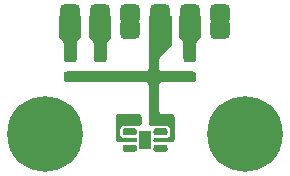
<source format=gbr>
%TF.GenerationSoftware,KiCad,Pcbnew,(7.0.0)*%
%TF.CreationDate,2023-06-10T23:31:31+02:00*%
%TF.ProjectId,TMP117 Breakout,544d5031-3137-4204-9272-65616b6f7574,rev?*%
%TF.SameCoordinates,Original*%
%TF.FileFunction,Copper,L1,Top*%
%TF.FilePolarity,Positive*%
%FSLAX46Y46*%
G04 Gerber Fmt 4.6, Leading zero omitted, Abs format (unit mm)*
G04 Created by KiCad (PCBNEW (7.0.0)) date 2023-06-10 23:31:31*
%MOMM*%
%LPD*%
G01*
G04 APERTURE LIST*
G04 Aperture macros list*
%AMRoundRect*
0 Rectangle with rounded corners*
0 $1 Rounding radius*
0 $2 $3 $4 $5 $6 $7 $8 $9 X,Y pos of 4 corners*
0 Add a 4 corners polygon primitive as box body*
4,1,4,$2,$3,$4,$5,$6,$7,$8,$9,$2,$3,0*
0 Add four circle primitives for the rounded corners*
1,1,$1+$1,$2,$3*
1,1,$1+$1,$4,$5*
1,1,$1+$1,$6,$7*
1,1,$1+$1,$8,$9*
0 Add four rect primitives between the rounded corners*
20,1,$1+$1,$2,$3,$4,$5,0*
20,1,$1+$1,$4,$5,$6,$7,0*
20,1,$1+$1,$6,$7,$8,$9,0*
20,1,$1+$1,$8,$9,$2,$3,0*%
G04 Aperture macros list end*
%TA.AperFunction,SMDPad,CuDef*%
%ADD10RoundRect,0.200000X0.275000X-0.200000X0.275000X0.200000X-0.275000X0.200000X-0.275000X-0.200000X0*%
%TD*%
%TA.AperFunction,ComponentPad*%
%ADD11C,0.800000*%
%TD*%
%TA.AperFunction,ComponentPad*%
%ADD12C,6.400000*%
%TD*%
%TA.AperFunction,SMDPad,CuDef*%
%ADD13RoundRect,0.225000X0.225000X0.250000X-0.225000X0.250000X-0.225000X-0.250000X0.225000X-0.250000X0*%
%TD*%
%TA.AperFunction,ComponentPad*%
%ADD14RoundRect,0.425000X0.425000X-0.425000X0.425000X0.425000X-0.425000X0.425000X-0.425000X-0.425000X0*%
%TD*%
%TA.AperFunction,SMDPad,CuDef*%
%ADD15RoundRect,0.093750X-0.093750X-0.106250X0.093750X-0.106250X0.093750X0.106250X-0.093750X0.106250X0*%
%TD*%
%TA.AperFunction,SMDPad,CuDef*%
%ADD16R,1.000000X1.600000*%
%TD*%
%TA.AperFunction,ViaPad*%
%ADD17C,0.609600*%
%TD*%
%TA.AperFunction,Conductor*%
%ADD18C,0.381000*%
%TD*%
G04 APERTURE END LIST*
D10*
%TO.P,R3,1*%
%TO.N,VCC*%
X133650000Y-94635000D03*
%TO.P,R3,2*%
%TO.N,/ALERT*%
X133650000Y-92985000D03*
%TD*%
D11*
%TO.P,H1,1*%
%TO.N,N/C*%
X146100000Y-99500000D03*
X146802944Y-97802944D03*
X146802944Y-101197056D03*
X148500000Y-97100000D03*
D12*
X148500000Y-99500000D03*
D11*
X148500000Y-101900000D03*
X150197056Y-97802944D03*
X150197056Y-101197056D03*
X150900000Y-99500000D03*
%TD*%
D13*
%TO.P,C1,1*%
%TO.N,VCC*%
X140775000Y-98300000D03*
%TO.P,C1,2*%
%TO.N,GND*%
X139225000Y-98300000D03*
%TD*%
D10*
%TO.P,R2,1*%
%TO.N,VCC*%
X136200000Y-94635000D03*
%TO.P,R2,2*%
%TO.N,/SCL*%
X136200000Y-92985000D03*
%TD*%
%TO.P,R1,1*%
%TO.N,VCC*%
X143810000Y-94635000D03*
%TO.P,R1,2*%
%TO.N,/SDA*%
X143810000Y-92985000D03*
%TD*%
D11*
%TO.P,H2,1*%
%TO.N,N/C*%
X129100000Y-99500000D03*
X129802944Y-97802944D03*
X129802944Y-101197056D03*
X131500000Y-97100000D03*
D12*
X131500000Y-99500000D03*
D11*
X131500000Y-101900000D03*
X133197056Y-97802944D03*
X133197056Y-101197056D03*
X133900000Y-99500000D03*
%TD*%
D14*
%TO.P,J1,1,Pin_1*%
%TO.N,/ALERT*%
X133650000Y-90635000D03*
X133650000Y-89365000D03*
%TO.P,J1,2,Pin_2*%
%TO.N,/SCL*%
X136190000Y-90635000D03*
X136190000Y-89365000D03*
%TO.P,J1,3,Pin_3*%
%TO.N,GND*%
X138730000Y-90635000D03*
X138730000Y-89365000D03*
%TO.P,J1,4,Pin_4*%
%TO.N,VCC*%
X141270000Y-90635000D03*
X141270000Y-89365000D03*
%TO.P,J1,5,Pin_5*%
%TO.N,/SDA*%
X143810000Y-90635000D03*
X143810000Y-89365000D03*
%TO.P,J1,6,Pin_6*%
%TO.N,/ADD0*%
X146350000Y-90635000D03*
X146350000Y-89365000D03*
%TD*%
D15*
%TO.P,U1,1,SCL*%
%TO.N,/SCL*%
X139112500Y-99350000D03*
%TO.P,U1,2,GND*%
%TO.N,GND*%
X139112500Y-100000000D03*
%TO.P,U1,3,ALERT*%
%TO.N,/ALERT*%
X139112500Y-100650000D03*
%TO.P,U1,4,ADD0*%
%TO.N,/ADD0*%
X140887500Y-100650000D03*
%TO.P,U1,5,V+*%
%TO.N,VCC*%
X140887500Y-100000000D03*
%TO.P,U1,6,SDA*%
%TO.N,/SDA*%
X140887500Y-99350000D03*
D16*
%TO.P,U1,7,EP*%
%TO.N,/EP*%
X139999999Y-99999999D03*
%TD*%
D17*
%TO.N,GND*%
X138400000Y-98300000D03*
%TO.N,/SCL*%
X138400000Y-99300000D03*
%TO.N,/ALERT*%
X138400000Y-100700000D03*
%TO.N,/ADD0*%
X141600000Y-100700000D03*
%TO.N,/SDA*%
X141600000Y-99300000D03*
%TO.N,VCC*%
X141600000Y-98300000D03*
%TO.N,/EP*%
X140000000Y-99600000D03*
X140000000Y-100400000D03*
%TD*%
D18*
%TO.N,/SCL*%
X136200000Y-90645000D02*
X136190000Y-90635000D01*
%TD*%
%TA.AperFunction,Conductor*%
%TO.N,GND*%
G36*
X139452037Y-97801200D02*
G01*
X139531009Y-97816909D01*
X139553539Y-97826242D01*
X139615268Y-97867489D01*
X139632510Y-97884731D01*
X139673757Y-97946460D01*
X139683090Y-97968990D01*
X139698799Y-98047961D01*
X139700000Y-98060155D01*
X139700000Y-98539845D01*
X139698799Y-98552039D01*
X139683090Y-98631009D01*
X139673757Y-98653539D01*
X139632510Y-98715268D01*
X139615268Y-98732510D01*
X139553539Y-98773757D01*
X139531009Y-98783090D01*
X139483570Y-98792526D01*
X139452036Y-98798799D01*
X139439845Y-98800000D01*
X139099108Y-98800000D01*
X139089938Y-98799324D01*
X139072908Y-98796798D01*
X139072905Y-98796797D01*
X139072166Y-98796688D01*
X139071434Y-98796615D01*
X139071402Y-98796612D01*
X139060747Y-98795564D01*
X139060743Y-98795563D01*
X139059974Y-98795488D01*
X139059229Y-98795451D01*
X139059210Y-98795450D01*
X139040593Y-98794536D01*
X139040564Y-98794535D01*
X139039845Y-98794500D01*
X138360155Y-98794500D01*
X138359435Y-98794535D01*
X138359407Y-98794536D01*
X138357609Y-98794625D01*
X138354544Y-98794700D01*
X138327349Y-98794700D01*
X138323060Y-98795959D01*
X138323055Y-98795960D01*
X138317922Y-98797468D01*
X138300314Y-98800000D01*
X138154000Y-98800000D01*
X138150990Y-98800598D01*
X138150987Y-98800599D01*
X138062836Y-98818133D01*
X138062831Y-98818134D01*
X138056798Y-98819335D01*
X138051682Y-98822753D01*
X138051678Y-98822755D01*
X137979512Y-98870975D01*
X137979509Y-98870977D01*
X137974395Y-98874395D01*
X137970977Y-98879509D01*
X137970975Y-98879512D01*
X137922755Y-98951678D01*
X137922753Y-98951682D01*
X137919335Y-98956798D01*
X137918134Y-98962831D01*
X137918133Y-98962836D01*
X137900599Y-99050987D01*
X137900000Y-99054000D01*
X137900000Y-99057071D01*
X137900000Y-99200897D01*
X137899324Y-99210067D01*
X137896801Y-99227072D01*
X137896797Y-99227103D01*
X137896691Y-99227819D01*
X137896617Y-99228567D01*
X137896616Y-99228578D01*
X137895564Y-99239253D01*
X137895561Y-99239287D01*
X137895490Y-99240013D01*
X137895454Y-99240729D01*
X137895452Y-99240767D01*
X137894536Y-99259413D01*
X137894500Y-99260155D01*
X137894500Y-99260898D01*
X137894481Y-99261682D01*
X137894435Y-99261680D01*
X137893863Y-99269676D01*
X137889504Y-99300000D01*
X137890140Y-99304423D01*
X137893864Y-99330324D01*
X137894435Y-99338317D01*
X137894481Y-99338316D01*
X137894500Y-99339103D01*
X137894500Y-99339845D01*
X137894535Y-99340564D01*
X137894536Y-99340593D01*
X137895450Y-99359210D01*
X137895451Y-99359229D01*
X137895488Y-99359974D01*
X137895563Y-99360743D01*
X137895564Y-99360747D01*
X137896612Y-99371402D01*
X137896615Y-99371434D01*
X137896688Y-99372166D01*
X137896797Y-99372905D01*
X137896798Y-99372908D01*
X137899324Y-99389938D01*
X137900000Y-99399108D01*
X137900000Y-99546000D01*
X137900598Y-99549010D01*
X137900599Y-99549012D01*
X137918133Y-99637163D01*
X137918134Y-99637166D01*
X137919335Y-99643202D01*
X137974395Y-99725605D01*
X138056798Y-99780665D01*
X138154000Y-99800000D01*
X138300313Y-99800000D01*
X138317923Y-99802532D01*
X138327349Y-99805300D01*
X138354543Y-99805300D01*
X138357610Y-99805375D01*
X138357854Y-99805386D01*
X138360155Y-99805500D01*
X139039094Y-99805500D01*
X139039845Y-99805500D01*
X139059992Y-99804510D01*
X139072183Y-99803309D01*
X139086917Y-99801123D01*
X139108279Y-99801646D01*
X139127465Y-99805463D01*
X139164341Y-99812798D01*
X139186872Y-99822130D01*
X139231084Y-99851672D01*
X139248327Y-99868915D01*
X139277869Y-99913127D01*
X139287201Y-99935658D01*
X139297574Y-99987806D01*
X139297574Y-100012192D01*
X139287201Y-100064341D01*
X139277869Y-100086872D01*
X139248327Y-100131084D01*
X139231084Y-100148327D01*
X139186872Y-100177869D01*
X139164341Y-100187201D01*
X139108286Y-100198351D01*
X139086926Y-100198876D01*
X139072927Y-100196800D01*
X139072892Y-100196795D01*
X139072166Y-100196688D01*
X139071434Y-100196615D01*
X139071402Y-100196612D01*
X139060747Y-100195564D01*
X139060743Y-100195563D01*
X139059974Y-100195488D01*
X139059229Y-100195451D01*
X139059210Y-100195450D01*
X139040593Y-100194536D01*
X139040564Y-100194535D01*
X139039845Y-100194500D01*
X138360155Y-100194500D01*
X138359435Y-100194535D01*
X138359407Y-100194536D01*
X138357609Y-100194625D01*
X138354544Y-100194700D01*
X138327349Y-100194700D01*
X138323060Y-100195959D01*
X138323055Y-100195960D01*
X138317922Y-100197468D01*
X138300314Y-100200000D01*
X137760155Y-100200000D01*
X137747963Y-100198799D01*
X137689656Y-100187201D01*
X137668990Y-100183090D01*
X137646460Y-100173757D01*
X137584731Y-100132510D01*
X137567489Y-100115268D01*
X137526242Y-100053539D01*
X137516909Y-100031008D01*
X137513166Y-100012192D01*
X137501200Y-99952037D01*
X137500000Y-99939845D01*
X137500000Y-98060155D01*
X137501201Y-98047962D01*
X137501201Y-98047961D01*
X137516910Y-97968988D01*
X137526240Y-97946462D01*
X137567488Y-97884731D01*
X137584731Y-97867489D01*
X137604599Y-97854212D01*
X137646462Y-97826240D01*
X137668988Y-97816910D01*
X137747962Y-97801200D01*
X137760155Y-97800000D01*
X139439845Y-97800000D01*
X139452037Y-97801200D01*
G37*
%TD.AperFunction*%
%TD*%
%TA.AperFunction,Conductor*%
%TO.N,VCC*%
G36*
X142239103Y-89507880D02*
G01*
X142261608Y-89528277D01*
X142273758Y-89546461D01*
X142283090Y-89568990D01*
X142298799Y-89647961D01*
X142300000Y-89660155D01*
X142300000Y-91888635D01*
X142298799Y-91900829D01*
X142283090Y-91979798D01*
X142273758Y-92002327D01*
X142229024Y-92069277D01*
X142221251Y-92078748D01*
X141276567Y-93023432D01*
X141276562Y-93023437D01*
X141274395Y-93025605D01*
X141272694Y-93028150D01*
X141272688Y-93028158D01*
X141222755Y-93102889D01*
X141222753Y-93102893D01*
X141219335Y-93108009D01*
X141218134Y-93114044D01*
X141218133Y-93114048D01*
X141200599Y-93202197D01*
X141200000Y-93205210D01*
X141200000Y-93946000D01*
X141200598Y-93949010D01*
X141200599Y-93949012D01*
X141218133Y-94037163D01*
X141218134Y-94037166D01*
X141219335Y-94043202D01*
X141274395Y-94125605D01*
X141356798Y-94180665D01*
X141454000Y-94200000D01*
X144039845Y-94200000D01*
X144052037Y-94201200D01*
X144131009Y-94216909D01*
X144153539Y-94226242D01*
X144215268Y-94267489D01*
X144232510Y-94284731D01*
X144273757Y-94346460D01*
X144283090Y-94368990D01*
X144298799Y-94447961D01*
X144300000Y-94460155D01*
X144300000Y-94839845D01*
X144298799Y-94852039D01*
X144283090Y-94931009D01*
X144273757Y-94953539D01*
X144232510Y-95015268D01*
X144215268Y-95032510D01*
X144153539Y-95073757D01*
X144131009Y-95083090D01*
X144083570Y-95092526D01*
X144052036Y-95098799D01*
X144039845Y-95100000D01*
X141454000Y-95100000D01*
X141450990Y-95100598D01*
X141450987Y-95100599D01*
X141362836Y-95118133D01*
X141362831Y-95118134D01*
X141356798Y-95119335D01*
X141351682Y-95122753D01*
X141351678Y-95122755D01*
X141279512Y-95170975D01*
X141279509Y-95170977D01*
X141274395Y-95174395D01*
X141270977Y-95179509D01*
X141270975Y-95179512D01*
X141222755Y-95251678D01*
X141222753Y-95251682D01*
X141219335Y-95256798D01*
X141218134Y-95262831D01*
X141218133Y-95262836D01*
X141200599Y-95350987D01*
X141200000Y-95354000D01*
X141200000Y-97546000D01*
X141200598Y-97549010D01*
X141200599Y-97549012D01*
X141218133Y-97637163D01*
X141218134Y-97637166D01*
X141219335Y-97643202D01*
X141274395Y-97725605D01*
X141356798Y-97780665D01*
X141454000Y-97800000D01*
X142239845Y-97800000D01*
X142252037Y-97801200D01*
X142331009Y-97816909D01*
X142353539Y-97826242D01*
X142415268Y-97867489D01*
X142432510Y-97884731D01*
X142473757Y-97946460D01*
X142483090Y-97968990D01*
X142498799Y-98047961D01*
X142500000Y-98060155D01*
X142500000Y-99939845D01*
X142498799Y-99952039D01*
X142483090Y-100031009D01*
X142473757Y-100053539D01*
X142432510Y-100115268D01*
X142415268Y-100132510D01*
X142353539Y-100173757D01*
X142331009Y-100183090D01*
X142283570Y-100192526D01*
X142252036Y-100198799D01*
X142239845Y-100200000D01*
X141699689Y-100200000D01*
X141682082Y-100197469D01*
X141676937Y-100195958D01*
X141676934Y-100195957D01*
X141672651Y-100194700D01*
X141668182Y-100194700D01*
X141645456Y-100194700D01*
X141642392Y-100194625D01*
X141640594Y-100194536D01*
X141640563Y-100194535D01*
X141639845Y-100194500D01*
X140960155Y-100194500D01*
X140959436Y-100194535D01*
X140959406Y-100194536D01*
X140940798Y-100195450D01*
X140940789Y-100195450D01*
X140940028Y-100195488D01*
X140939284Y-100195561D01*
X140939246Y-100195564D01*
X140928614Y-100196611D01*
X140928600Y-100196612D01*
X140927835Y-100196688D01*
X140927086Y-100196799D01*
X140927054Y-100196803D01*
X140913072Y-100198876D01*
X140891714Y-100198351D01*
X140835658Y-100187201D01*
X140813127Y-100177869D01*
X140768915Y-100148327D01*
X140751672Y-100131084D01*
X140722130Y-100086872D01*
X140712798Y-100064341D01*
X140702425Y-100012192D01*
X140702425Y-99987809D01*
X140712798Y-99935656D01*
X140722130Y-99913127D01*
X140751673Y-99868913D01*
X140768913Y-99851673D01*
X140813128Y-99822129D01*
X140835656Y-99812798D01*
X140891720Y-99801646D01*
X140913081Y-99801123D01*
X140927817Y-99803309D01*
X140940009Y-99804510D01*
X140960155Y-99805500D01*
X141639095Y-99805500D01*
X141639845Y-99805500D01*
X141642169Y-99805385D01*
X141642390Y-99805375D01*
X141645457Y-99805300D01*
X141668179Y-99805300D01*
X141672651Y-99805300D01*
X141682076Y-99802532D01*
X141699687Y-99800000D01*
X141842929Y-99800000D01*
X141846000Y-99800000D01*
X141943202Y-99780665D01*
X142025605Y-99725605D01*
X142080665Y-99643202D01*
X142100000Y-99546000D01*
X142100000Y-99399103D01*
X142100676Y-99389934D01*
X142103196Y-99372941D01*
X142103309Y-99372181D01*
X142104510Y-99359987D01*
X142105500Y-99339845D01*
X142105500Y-99339088D01*
X142105519Y-99338318D01*
X142105564Y-99338319D01*
X142106136Y-99330324D01*
X142109860Y-99304423D01*
X142110496Y-99300000D01*
X142106136Y-99269676D01*
X142105564Y-99261680D01*
X142105519Y-99261682D01*
X142105500Y-99260912D01*
X142105500Y-99260155D01*
X142104510Y-99240013D01*
X142103309Y-99227819D01*
X142100676Y-99210066D01*
X142100000Y-99200897D01*
X142100000Y-99057071D01*
X142100000Y-99054000D01*
X142080665Y-98956798D01*
X142025605Y-98874395D01*
X142020487Y-98870975D01*
X141948321Y-98822755D01*
X141948319Y-98822754D01*
X141943202Y-98819335D01*
X141937166Y-98818134D01*
X141937163Y-98818133D01*
X141849012Y-98800599D01*
X141849010Y-98800598D01*
X141846000Y-98800000D01*
X141842929Y-98800000D01*
X141699689Y-98800000D01*
X141682082Y-98797469D01*
X141676937Y-98795958D01*
X141676934Y-98795957D01*
X141672651Y-98794700D01*
X141668182Y-98794700D01*
X141645456Y-98794700D01*
X141642392Y-98794625D01*
X141640594Y-98794536D01*
X141640563Y-98794535D01*
X141639845Y-98794500D01*
X140960155Y-98794500D01*
X140959436Y-98794535D01*
X140959406Y-98794536D01*
X140940798Y-98795450D01*
X140940789Y-98795450D01*
X140940028Y-98795488D01*
X140939284Y-98795561D01*
X140939246Y-98795564D01*
X140928614Y-98796611D01*
X140928600Y-98796612D01*
X140927835Y-98796688D01*
X140927112Y-98796795D01*
X140927073Y-98796800D01*
X140910060Y-98799324D01*
X140900892Y-98800000D01*
X140560155Y-98800000D01*
X140547963Y-98798799D01*
X140501890Y-98789634D01*
X140468990Y-98783090D01*
X140446460Y-98773757D01*
X140384731Y-98732510D01*
X140367489Y-98715268D01*
X140326242Y-98653539D01*
X140316909Y-98631008D01*
X140301201Y-98552038D01*
X140300000Y-98539845D01*
X140300000Y-95357071D01*
X140300000Y-95354000D01*
X140280665Y-95256798D01*
X140225605Y-95174395D01*
X140220487Y-95170975D01*
X140148321Y-95122755D01*
X140148319Y-95122754D01*
X140143202Y-95119335D01*
X140137166Y-95118134D01*
X140137163Y-95118133D01*
X140049012Y-95100599D01*
X140049010Y-95100598D01*
X140046000Y-95100000D01*
X140042929Y-95100000D01*
X133360155Y-95100000D01*
X133347963Y-95098799D01*
X133301890Y-95089634D01*
X133268990Y-95083090D01*
X133246460Y-95073757D01*
X133184731Y-95032510D01*
X133167489Y-95015268D01*
X133126242Y-94953539D01*
X133116909Y-94931009D01*
X133101200Y-94852037D01*
X133100000Y-94839845D01*
X133100000Y-94460155D01*
X133101201Y-94447962D01*
X133101201Y-94447961D01*
X133116910Y-94368988D01*
X133126240Y-94346462D01*
X133167488Y-94284731D01*
X133184731Y-94267489D01*
X133204599Y-94254212D01*
X133246462Y-94226240D01*
X133268988Y-94216910D01*
X133347962Y-94201200D01*
X133360155Y-94200000D01*
X140042929Y-94200000D01*
X140046000Y-94200000D01*
X140143202Y-94180665D01*
X140225605Y-94125605D01*
X140280665Y-94043202D01*
X140300000Y-93946000D01*
X140300000Y-89660155D01*
X140301201Y-89647962D01*
X140301201Y-89647961D01*
X140316910Y-89568988D01*
X140326239Y-89546464D01*
X140338394Y-89528273D01*
X140360898Y-89507879D01*
X140390359Y-89500500D01*
X142209641Y-89500500D01*
X142239103Y-89507880D01*
G37*
%TD.AperFunction*%
%TD*%
%TA.AperFunction,Conductor*%
%TO.N,/SDA*%
G36*
X141652037Y-99001200D02*
G01*
X141731009Y-99016909D01*
X141753539Y-99026242D01*
X141815268Y-99067489D01*
X141832510Y-99084731D01*
X141873757Y-99146460D01*
X141883090Y-99168990D01*
X141898799Y-99247961D01*
X141900000Y-99260155D01*
X141900000Y-99339845D01*
X141898799Y-99352039D01*
X141883090Y-99431009D01*
X141873757Y-99453539D01*
X141832510Y-99515268D01*
X141815268Y-99532510D01*
X141753539Y-99573757D01*
X141731009Y-99583090D01*
X141683570Y-99592526D01*
X141652036Y-99598799D01*
X141639845Y-99600000D01*
X140960155Y-99600000D01*
X140947963Y-99598799D01*
X140901890Y-99589634D01*
X140868990Y-99583090D01*
X140846460Y-99573757D01*
X140784731Y-99532510D01*
X140767489Y-99515268D01*
X140726242Y-99453539D01*
X140716909Y-99431009D01*
X140701200Y-99352037D01*
X140700000Y-99339845D01*
X140700000Y-99260155D01*
X140701201Y-99247962D01*
X140701201Y-99247961D01*
X140716910Y-99168988D01*
X140726240Y-99146462D01*
X140767488Y-99084731D01*
X140784731Y-99067489D01*
X140804599Y-99054212D01*
X140846462Y-99026240D01*
X140868988Y-99016910D01*
X140947962Y-99001200D01*
X140960155Y-99000000D01*
X141639845Y-99000000D01*
X141652037Y-99001200D01*
G37*
%TD.AperFunction*%
%TD*%
%TA.AperFunction,Conductor*%
%TO.N,/SCL*%
G36*
X139052037Y-99001200D02*
G01*
X139131009Y-99016909D01*
X139153539Y-99026242D01*
X139215268Y-99067489D01*
X139232510Y-99084731D01*
X139273757Y-99146460D01*
X139283090Y-99168990D01*
X139298799Y-99247961D01*
X139300000Y-99260155D01*
X139300000Y-99339845D01*
X139298799Y-99352039D01*
X139283090Y-99431009D01*
X139273757Y-99453539D01*
X139232510Y-99515268D01*
X139215268Y-99532510D01*
X139153539Y-99573757D01*
X139131009Y-99583090D01*
X139083570Y-99592526D01*
X139052036Y-99598799D01*
X139039845Y-99600000D01*
X138360155Y-99600000D01*
X138347963Y-99598799D01*
X138301890Y-99589634D01*
X138268990Y-99583090D01*
X138246460Y-99573757D01*
X138184731Y-99532510D01*
X138167489Y-99515268D01*
X138126242Y-99453539D01*
X138116909Y-99431009D01*
X138101200Y-99352037D01*
X138100000Y-99339845D01*
X138100000Y-99260155D01*
X138101201Y-99247962D01*
X138101201Y-99247961D01*
X138116910Y-99168988D01*
X138126240Y-99146462D01*
X138167488Y-99084731D01*
X138184731Y-99067489D01*
X138204599Y-99054212D01*
X138246462Y-99026240D01*
X138268988Y-99016910D01*
X138347962Y-99001200D01*
X138360155Y-99000000D01*
X139039845Y-99000000D01*
X139052037Y-99001200D01*
G37*
%TD.AperFunction*%
%TD*%
%TA.AperFunction,Conductor*%
%TO.N,/ALERT*%
G36*
X139052037Y-100401200D02*
G01*
X139131009Y-100416909D01*
X139153539Y-100426242D01*
X139215268Y-100467489D01*
X139232510Y-100484731D01*
X139273757Y-100546460D01*
X139283090Y-100568990D01*
X139298799Y-100647961D01*
X139300000Y-100660155D01*
X139300000Y-100739845D01*
X139298799Y-100752039D01*
X139283090Y-100831009D01*
X139273757Y-100853539D01*
X139232510Y-100915268D01*
X139215268Y-100932510D01*
X139153539Y-100973757D01*
X139131009Y-100983090D01*
X139083570Y-100992526D01*
X139052036Y-100998799D01*
X139039845Y-101000000D01*
X138360155Y-101000000D01*
X138347963Y-100998799D01*
X138301890Y-100989634D01*
X138268990Y-100983090D01*
X138246460Y-100973757D01*
X138184731Y-100932510D01*
X138167489Y-100915268D01*
X138126242Y-100853539D01*
X138116909Y-100831009D01*
X138101200Y-100752037D01*
X138100000Y-100739845D01*
X138100000Y-100660155D01*
X138101201Y-100647962D01*
X138101201Y-100647961D01*
X138116910Y-100568988D01*
X138126240Y-100546462D01*
X138167488Y-100484731D01*
X138184731Y-100467489D01*
X138204599Y-100454212D01*
X138246462Y-100426240D01*
X138268988Y-100416910D01*
X138347962Y-100401200D01*
X138360155Y-100400000D01*
X139039845Y-100400000D01*
X139052037Y-100401200D01*
G37*
%TD.AperFunction*%
%TD*%
%TA.AperFunction,Conductor*%
%TO.N,/ADD0*%
G36*
X141652037Y-100401200D02*
G01*
X141731009Y-100416909D01*
X141753539Y-100426242D01*
X141815268Y-100467489D01*
X141832510Y-100484731D01*
X141873757Y-100546460D01*
X141883090Y-100568990D01*
X141898799Y-100647961D01*
X141900000Y-100660155D01*
X141900000Y-100739845D01*
X141898799Y-100752039D01*
X141883090Y-100831009D01*
X141873757Y-100853539D01*
X141832510Y-100915268D01*
X141815268Y-100932510D01*
X141753539Y-100973757D01*
X141731009Y-100983090D01*
X141683570Y-100992526D01*
X141652036Y-100998799D01*
X141639845Y-101000000D01*
X140960155Y-101000000D01*
X140947963Y-100998799D01*
X140901890Y-100989634D01*
X140868990Y-100983090D01*
X140846460Y-100973757D01*
X140784731Y-100932510D01*
X140767489Y-100915268D01*
X140726242Y-100853539D01*
X140716909Y-100831009D01*
X140701200Y-100752037D01*
X140700000Y-100739845D01*
X140700000Y-100660155D01*
X140701201Y-100647962D01*
X140701201Y-100647961D01*
X140716910Y-100568988D01*
X140726240Y-100546462D01*
X140767488Y-100484731D01*
X140784731Y-100467489D01*
X140804599Y-100454212D01*
X140846462Y-100426240D01*
X140868988Y-100416910D01*
X140947962Y-100401200D01*
X140960155Y-100400000D01*
X141639845Y-100400000D01*
X141652037Y-100401200D01*
G37*
%TD.AperFunction*%
%TD*%
%TA.AperFunction,Conductor*%
%TO.N,/ALERT*%
G36*
X134581694Y-89518806D02*
G01*
X134600000Y-89563000D01*
X134600000Y-91188635D01*
X134598799Y-91200829D01*
X134583090Y-91279798D01*
X134573758Y-91302327D01*
X134529024Y-91369277D01*
X134521251Y-91378748D01*
X134276567Y-91623432D01*
X134276562Y-91623437D01*
X134274395Y-91625605D01*
X134272694Y-91628150D01*
X134272688Y-91628158D01*
X134222755Y-91702889D01*
X134222753Y-91702893D01*
X134219335Y-91708009D01*
X134218134Y-91714044D01*
X134218133Y-91714048D01*
X134200599Y-91802197D01*
X134200000Y-91805210D01*
X134200000Y-91808281D01*
X134200000Y-93139845D01*
X134198799Y-93152039D01*
X134183090Y-93231009D01*
X134173757Y-93253539D01*
X134132510Y-93315268D01*
X134115268Y-93332510D01*
X134053539Y-93373757D01*
X134031009Y-93383090D01*
X133983570Y-93392526D01*
X133952036Y-93398799D01*
X133939845Y-93400000D01*
X133360155Y-93400000D01*
X133347963Y-93398799D01*
X133301890Y-93389634D01*
X133268990Y-93383090D01*
X133246460Y-93373757D01*
X133184731Y-93332510D01*
X133167489Y-93315268D01*
X133126242Y-93253539D01*
X133116909Y-93231009D01*
X133101200Y-93152037D01*
X133100000Y-93139845D01*
X133100000Y-91808281D01*
X133100000Y-91805210D01*
X133080665Y-91708009D01*
X133025605Y-91625605D01*
X132778747Y-91378747D01*
X132770975Y-91369277D01*
X132726241Y-91302327D01*
X132716909Y-91279798D01*
X132701200Y-91200827D01*
X132700000Y-91188635D01*
X132700000Y-89563000D01*
X132718306Y-89518806D01*
X132762500Y-89500500D01*
X134537500Y-89500500D01*
X134581694Y-89518806D01*
G37*
%TD.AperFunction*%
%TD*%
%TA.AperFunction,Conductor*%
%TO.N,/SCL*%
G36*
X137131694Y-89518806D02*
G01*
X137150000Y-89563000D01*
X137150000Y-91188635D01*
X137148799Y-91200829D01*
X137133090Y-91279798D01*
X137123758Y-91302327D01*
X137079024Y-91369277D01*
X137071251Y-91378748D01*
X136826567Y-91623432D01*
X136826562Y-91623437D01*
X136824395Y-91625605D01*
X136822694Y-91628150D01*
X136822688Y-91628158D01*
X136772755Y-91702889D01*
X136772753Y-91702893D01*
X136769335Y-91708009D01*
X136768134Y-91714044D01*
X136768133Y-91714048D01*
X136750599Y-91802197D01*
X136750000Y-91805210D01*
X136750000Y-91808281D01*
X136750000Y-93139845D01*
X136748799Y-93152039D01*
X136733090Y-93231009D01*
X136723757Y-93253539D01*
X136682510Y-93315268D01*
X136665268Y-93332510D01*
X136603539Y-93373757D01*
X136581009Y-93383090D01*
X136533570Y-93392526D01*
X136502036Y-93398799D01*
X136489845Y-93400000D01*
X135910155Y-93400000D01*
X135897963Y-93398799D01*
X135851890Y-93389634D01*
X135818990Y-93383090D01*
X135796460Y-93373757D01*
X135734731Y-93332510D01*
X135717489Y-93315268D01*
X135676242Y-93253539D01*
X135666909Y-93231009D01*
X135651200Y-93152037D01*
X135650000Y-93139845D01*
X135650000Y-91808281D01*
X135650000Y-91805210D01*
X135630665Y-91708009D01*
X135575605Y-91625605D01*
X135328747Y-91378747D01*
X135320975Y-91369277D01*
X135276241Y-91302327D01*
X135266909Y-91279798D01*
X135251200Y-91200827D01*
X135250000Y-91188635D01*
X135250000Y-89563000D01*
X135268306Y-89518806D01*
X135312500Y-89500500D01*
X137087500Y-89500500D01*
X137131694Y-89518806D01*
G37*
%TD.AperFunction*%
%TD*%
%TA.AperFunction,Conductor*%
%TO.N,/SDA*%
G36*
X144731694Y-89518806D02*
G01*
X144750000Y-89563000D01*
X144750000Y-91188635D01*
X144748799Y-91200829D01*
X144733090Y-91279798D01*
X144723758Y-91302327D01*
X144679024Y-91369277D01*
X144671251Y-91378748D01*
X144426567Y-91623432D01*
X144426562Y-91623437D01*
X144424395Y-91625605D01*
X144422694Y-91628150D01*
X144422688Y-91628158D01*
X144372755Y-91702889D01*
X144372753Y-91702893D01*
X144369335Y-91708009D01*
X144368134Y-91714044D01*
X144368133Y-91714048D01*
X144350599Y-91802197D01*
X144350000Y-91805210D01*
X144350000Y-91808281D01*
X144350000Y-93139845D01*
X144348799Y-93152039D01*
X144333090Y-93231009D01*
X144323757Y-93253539D01*
X144282510Y-93315268D01*
X144265268Y-93332510D01*
X144203539Y-93373757D01*
X144181009Y-93383090D01*
X144133570Y-93392526D01*
X144102036Y-93398799D01*
X144089845Y-93400000D01*
X143510155Y-93400000D01*
X143497963Y-93398799D01*
X143451890Y-93389634D01*
X143418990Y-93383090D01*
X143396460Y-93373757D01*
X143334731Y-93332510D01*
X143317489Y-93315268D01*
X143276242Y-93253539D01*
X143266909Y-93231009D01*
X143251200Y-93152037D01*
X143250000Y-93139845D01*
X143250000Y-91808281D01*
X143250000Y-91805210D01*
X143230665Y-91708009D01*
X143175605Y-91625605D01*
X142928747Y-91378747D01*
X142920975Y-91369277D01*
X142876241Y-91302327D01*
X142866909Y-91279798D01*
X142851200Y-91200827D01*
X142850000Y-91188635D01*
X142850000Y-89563000D01*
X142868306Y-89518806D01*
X142912500Y-89500500D01*
X144687500Y-89500500D01*
X144731694Y-89518806D01*
G37*
%TD.AperFunction*%
%TD*%
M02*

</source>
